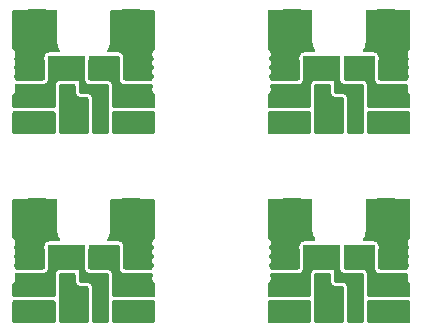
<source format=gtl>
G04 #@! TF.GenerationSoftware,KiCad,Pcbnew,(7.0.0-0)*
G04 #@! TF.CreationDate,2025-09-03T19:42:49+12:00*
G04 #@! TF.ProjectId,polar_light_panelized_X4,706f6c61-725f-46c6-9967-68745f70616e,rev?*
G04 #@! TF.SameCoordinates,Original*
G04 #@! TF.FileFunction,Copper,L1,Top*
G04 #@! TF.FilePolarity,Positive*
%FSLAX46Y46*%
G04 Gerber Fmt 4.6, Leading zero omitted, Abs format (unit mm)*
G04 Created by KiCad (PCBNEW (7.0.0-0)) date 2025-09-03 19:42:49*
%MOMM*%
%LPD*%
G01*
G04 APERTURE LIST*
G04 Aperture macros list*
%AMFreePoly0*
4,1,15,-0.750000,1.375000,-0.734410,1.482001,-0.680193,1.592904,-0.592904,1.680193,-0.482001,1.734410,-0.375000,1.750000,0.375000,1.750000,0.482001,1.734410,0.592904,1.680193,0.680193,1.592904,0.734410,1.482001,0.750000,1.375000,0.750000,-1.750000,-0.750000,-1.750000,-0.750000,1.375000,-0.750000,1.375000,$1*%
G04 Aperture macros list end*
G04 #@! TA.AperFunction,SMDPad,CuDef*
%ADD10R,1.100000X1.100000*%
G04 #@! TD*
G04 #@! TA.AperFunction,SMDPad,CuDef*
%ADD11R,1.150000X1.800000*%
G04 #@! TD*
G04 #@! TA.AperFunction,SMDPad,CuDef*
%ADD12FreePoly0,180.000000*%
G04 #@! TD*
G04 #@! TA.AperFunction,SMDPad,CuDef*
%ADD13R,1.400000X3.700000*%
G04 #@! TD*
G04 #@! TA.AperFunction,ViaPad*
%ADD14C,0.600000*%
G04 #@! TD*
G04 #@! TA.AperFunction,Conductor*
%ADD15C,0.400000*%
G04 #@! TD*
G04 APERTURE END LIST*
D10*
X163999999Y-90549999D03*
X163999999Y-87749999D03*
D11*
X134974999Y-85799999D03*
X137924999Y-85799999D03*
X134974999Y-101799999D03*
X137924999Y-101799999D03*
D12*
X164499999Y-98449999D03*
D13*
X137499999Y-105049999D03*
X140299999Y-105049999D03*
D12*
X156499999Y-82449999D03*
D11*
X156574999Y-85799999D03*
X159524999Y-85799999D03*
D10*
X156999999Y-87749999D03*
X156999999Y-90549999D03*
D11*
X156574999Y-101799999D03*
X159524999Y-101799999D03*
D10*
X156999999Y-103749999D03*
X156999999Y-106549999D03*
D12*
X156499999Y-98449999D03*
X142899999Y-82449999D03*
D11*
X161474999Y-85799999D03*
X164424999Y-85799999D03*
D13*
X159099999Y-89049999D03*
X161899999Y-89049999D03*
D12*
X142899999Y-98449999D03*
D13*
X137499999Y-89049999D03*
X140299999Y-89049999D03*
D11*
X161474999Y-101799999D03*
X164424999Y-101799999D03*
D12*
X164499999Y-82449999D03*
D10*
X142399999Y-106549999D03*
X142399999Y-103749999D03*
D12*
X134899999Y-82449999D03*
D10*
X142399999Y-90549999D03*
X142399999Y-87749999D03*
D13*
X159099999Y-105049999D03*
X161899999Y-105049999D03*
D11*
X139874999Y-85799999D03*
X142824999Y-85799999D03*
D12*
X134899999Y-98449999D03*
D10*
X135399999Y-103749999D03*
X135399999Y-106549999D03*
D11*
X139874999Y-101799999D03*
X142824999Y-101799999D03*
D10*
X135399999Y-87749999D03*
X135399999Y-90549999D03*
X163999999Y-106549999D03*
X163999999Y-103749999D03*
D14*
X138800000Y-105400000D03*
X138800000Y-88600000D03*
X141050000Y-86200000D03*
X138800000Y-104600000D03*
X160400000Y-104600000D03*
X162650000Y-102200000D03*
X141050000Y-85400000D03*
X162650000Y-86200000D03*
X162650000Y-101400000D03*
X160400000Y-88600000D03*
X162650000Y-85400000D03*
X141050000Y-101400000D03*
X138800000Y-89400000D03*
X141050000Y-102200000D03*
X160400000Y-105400000D03*
X160400000Y-89400000D03*
X165150000Y-105850000D03*
X155850000Y-90650000D03*
X143550000Y-105850000D03*
X134250000Y-105850000D03*
X143550000Y-106650000D03*
X134250000Y-90650000D03*
X165150000Y-106650000D03*
X155850000Y-89850000D03*
X143550000Y-89850000D03*
X155850000Y-106650000D03*
X165150000Y-90650000D03*
X134250000Y-106650000D03*
X165150000Y-89850000D03*
X143550000Y-90650000D03*
X155850000Y-105850000D03*
X134250000Y-89850000D03*
D15*
X135950000Y-100100000D02*
G75*
G03*
X135350000Y-100700000I0J-600000D01*
G01*
X135950000Y-84100000D02*
G75*
G03*
X135350000Y-84700000I0J-600000D01*
G01*
X157550000Y-100100000D02*
G75*
G03*
X156950000Y-100700000I0J-600000D01*
G01*
X157550000Y-84100000D02*
G75*
G03*
X156950000Y-84700000I0J-600000D01*
G01*
X135550000Y-87200000D02*
G75*
G03*
X136050000Y-86700000I0J500000D01*
G01*
X157150000Y-103200000D02*
G75*
G03*
X157650000Y-102700000I0J500000D01*
G01*
X138800000Y-86700000D02*
G75*
G03*
X139300000Y-87200000I500000J0D01*
G01*
X157150000Y-87200000D02*
G75*
G03*
X157650000Y-86700000I0J500000D01*
G01*
X161400000Y-104200000D02*
G75*
G03*
X160800000Y-103600000I-600000J0D01*
G01*
X161400000Y-88200000D02*
G75*
G03*
X160800000Y-87600000I-600000J0D01*
G01*
X138800000Y-102700000D02*
G75*
G03*
X139300000Y-103200000I500000J0D01*
G01*
X136900000Y-102500000D02*
G75*
G03*
X136300000Y-103100000I0J-600000D01*
G01*
X158500000Y-102500000D02*
G75*
G03*
X157900000Y-103100000I0J-600000D01*
G01*
X160400000Y-86700000D02*
G75*
G03*
X160900000Y-87200000I500000J0D01*
G01*
X139800000Y-88200000D02*
G75*
G03*
X139200000Y-87600000I-600000J0D01*
G01*
X158500000Y-86500000D02*
G75*
G03*
X157900000Y-87100000I0J-600000D01*
G01*
X139800000Y-104200000D02*
G75*
G03*
X139200000Y-103600000I-600000J0D01*
G01*
X135550000Y-103200000D02*
G75*
G03*
X136050000Y-102700000I0J500000D01*
G01*
X136900000Y-86500000D02*
G75*
G03*
X136300000Y-87100000I0J-600000D01*
G01*
X160400000Y-102700000D02*
G75*
G03*
X160900000Y-103200000I500000J0D01*
G01*
X163350000Y-102700000D02*
G75*
G03*
X163850000Y-103200000I500000J0D01*
G01*
X159600000Y-103700000D02*
G75*
G03*
X160200000Y-104300000I600000J0D01*
G01*
X163100000Y-87100000D02*
G75*
G03*
X162500000Y-86500000I-600000J0D01*
G01*
X138000000Y-103700000D02*
G75*
G03*
X138600000Y-104300000I600000J0D01*
G01*
X141750000Y-86700000D02*
G75*
G03*
X142250000Y-87200000I500000J0D01*
G01*
X163100000Y-103100000D02*
G75*
G03*
X162500000Y-102500000I-600000J0D01*
G01*
X141500000Y-103100000D02*
G75*
G03*
X140900000Y-102500000I-600000J0D01*
G01*
X138000000Y-87700000D02*
G75*
G03*
X138600000Y-88300000I600000J0D01*
G01*
X141750000Y-102700000D02*
G75*
G03*
X142250000Y-103200000I500000J0D01*
G01*
X141500000Y-87100000D02*
G75*
G03*
X140900000Y-86500000I-600000J0D01*
G01*
X159600000Y-87700000D02*
G75*
G03*
X160200000Y-88300000I600000J0D01*
G01*
X163350000Y-86700000D02*
G75*
G03*
X163850000Y-87200000I500000J0D01*
G01*
X164050000Y-100700000D02*
G75*
G03*
X163450000Y-100100000I-600000J0D01*
G01*
X142450000Y-100700000D02*
G75*
G03*
X141850000Y-100100000I-600000J0D01*
G01*
X164050000Y-84700000D02*
G75*
G03*
X163450000Y-84100000I-600000J0D01*
G01*
X142450000Y-84700000D02*
G75*
G03*
X141850000Y-84100000I-600000J0D01*
G01*
G04 #@! TA.AperFunction,Conductor*
G36*
X159399480Y-100600167D02*
G01*
X159401583Y-100600500D01*
X159407240Y-100600500D01*
X160100000Y-100600500D01*
X160100000Y-102700000D01*
X160000000Y-102700000D01*
X158200000Y-102700000D01*
X158186902Y-102705425D01*
X158186898Y-102705426D01*
X158142392Y-102723861D01*
X158142389Y-102723862D01*
X158129289Y-102729289D01*
X158123862Y-102742389D01*
X158123861Y-102742392D01*
X158105426Y-102786898D01*
X158105425Y-102786902D01*
X158100000Y-102800000D01*
X158100000Y-102814181D01*
X158100000Y-104856000D01*
X158089039Y-104911106D01*
X158057823Y-104957823D01*
X158011106Y-104989039D01*
X157956000Y-105000000D01*
X154594498Y-105000000D01*
X154522498Y-104980708D01*
X154469790Y-104928000D01*
X154450498Y-104856000D01*
X154450497Y-103960962D01*
X154463510Y-103901142D01*
X154500198Y-103852134D01*
X154574356Y-103787875D01*
X154582143Y-103781128D01*
X154659953Y-103660053D01*
X154700500Y-103521961D01*
X154700500Y-103378039D01*
X154659953Y-103239947D01*
X154648325Y-103221853D01*
X154626931Y-103164494D01*
X154631298Y-103103431D01*
X154660637Y-103049700D01*
X154709645Y-103013013D01*
X154769465Y-103000000D01*
X157335819Y-103000000D01*
X157350000Y-103000000D01*
X157420711Y-102970711D01*
X157450000Y-102900000D01*
X157450000Y-100744000D01*
X157460961Y-100688894D01*
X157492177Y-100642177D01*
X157538894Y-100610961D01*
X157594000Y-100600000D01*
X159395230Y-100600000D01*
X159399480Y-100600167D01*
G37*
G04 #@! TD.AperFunction*
G04 #@! TA.AperFunction,Conductor*
G36*
X158160641Y-80711499D02*
G01*
X158207358Y-80742715D01*
X158238574Y-80789432D01*
X158249535Y-80844538D01*
X158249535Y-83349741D01*
X158249497Y-83350022D01*
X158249462Y-83350022D01*
X158249461Y-83350286D01*
X158249461Y-83350294D01*
X158249456Y-83442782D01*
X158249456Y-83448446D01*
X158250340Y-83454031D01*
X158250341Y-83454039D01*
X158257030Y-83496281D01*
X158280242Y-83642872D01*
X158281991Y-83648255D01*
X158316730Y-83755181D01*
X158341067Y-83830087D01*
X158343630Y-83835117D01*
X158343632Y-83835122D01*
X158401930Y-83949538D01*
X158430434Y-84005480D01*
X158433758Y-84010055D01*
X158433760Y-84010058D01*
X158478298Y-84071357D01*
X158503250Y-84129015D01*
X158501277Y-84191810D01*
X158472755Y-84247788D01*
X158423114Y-84286295D01*
X158361801Y-84300000D01*
X157250000Y-84300000D01*
X157236902Y-84305425D01*
X157236898Y-84305426D01*
X157192392Y-84323861D01*
X157192389Y-84323862D01*
X157179289Y-84329289D01*
X157173862Y-84342389D01*
X157173861Y-84342392D01*
X157155426Y-84386898D01*
X157155425Y-84386902D01*
X157150000Y-84400000D01*
X157150000Y-84414181D01*
X157150000Y-86556000D01*
X157139039Y-86611106D01*
X157107823Y-86657823D01*
X157061106Y-86689039D01*
X157006000Y-86700000D01*
X154829449Y-86700000D01*
X154769629Y-86686987D01*
X154720621Y-86650300D01*
X154691282Y-86596570D01*
X154662887Y-86499866D01*
X154659986Y-86489985D01*
X154604020Y-86402900D01*
X154583762Y-86352299D01*
X154583762Y-86297795D01*
X154604020Y-86247194D01*
X154628244Y-86209500D01*
X154659986Y-86160109D01*
X154700533Y-86022017D01*
X154700533Y-85878095D01*
X154659986Y-85740003D01*
X154654417Y-85731337D01*
X154654415Y-85731333D01*
X154604008Y-85652898D01*
X154583750Y-85602298D01*
X154583750Y-85547793D01*
X154604005Y-85497199D01*
X154659986Y-85410091D01*
X154700533Y-85271999D01*
X154700533Y-85128077D01*
X154659986Y-84989985D01*
X154604013Y-84902890D01*
X154583756Y-84852290D01*
X154583756Y-84797786D01*
X154604014Y-84747185D01*
X154659986Y-84660091D01*
X154700533Y-84521999D01*
X154700533Y-84378077D01*
X154659986Y-84239985D01*
X154582176Y-84118910D01*
X154567133Y-84105875D01*
X154500233Y-84047906D01*
X154463546Y-83998898D01*
X154450533Y-83939078D01*
X154450535Y-80844538D01*
X154469827Y-80772538D01*
X154522535Y-80719830D01*
X154594535Y-80700538D01*
X158105535Y-80700538D01*
X158160641Y-80711499D01*
G37*
G04 #@! TD.AperFunction*
G04 #@! TA.AperFunction,Conductor*
G36*
X158160606Y-96711461D02*
G01*
X158207323Y-96742677D01*
X158238539Y-96789394D01*
X158249500Y-96844500D01*
X158249500Y-99305830D01*
X158249500Y-99350000D01*
X158249500Y-99448417D01*
X158250384Y-99454003D01*
X158250385Y-99454006D01*
X158279404Y-99637230D01*
X158279406Y-99637238D01*
X158280291Y-99642826D01*
X158282040Y-99648211D01*
X158282041Y-99648212D01*
X158339367Y-99824644D01*
X158339369Y-99824650D01*
X158341116Y-99830025D01*
X158343684Y-99835066D01*
X158343685Y-99835067D01*
X158427902Y-100000355D01*
X158427907Y-100000363D01*
X158430476Y-100005405D01*
X158478396Y-100071361D01*
X158503346Y-100129016D01*
X158501373Y-100191811D01*
X158472851Y-100247789D01*
X158423209Y-100286295D01*
X158361897Y-100300000D01*
X157250000Y-100300000D01*
X157236902Y-100305425D01*
X157236898Y-100305426D01*
X157192392Y-100323861D01*
X157192389Y-100323862D01*
X157179289Y-100329289D01*
X157173862Y-100342389D01*
X157173861Y-100342392D01*
X157155426Y-100386898D01*
X157155425Y-100386902D01*
X157150000Y-100400000D01*
X157150000Y-100414181D01*
X157150000Y-102556000D01*
X157139039Y-102611106D01*
X157107823Y-102657823D01*
X157061106Y-102689039D01*
X157006000Y-102700000D01*
X154829425Y-102700000D01*
X154769605Y-102686987D01*
X154720597Y-102650300D01*
X154691258Y-102596569D01*
X154662853Y-102499830D01*
X154662852Y-102499829D01*
X154659951Y-102489947D01*
X154603985Y-102402862D01*
X154583727Y-102352261D01*
X154583727Y-102297757D01*
X154603985Y-102247156D01*
X154654382Y-102168736D01*
X154659951Y-102160071D01*
X154700498Y-102021979D01*
X154700498Y-101878057D01*
X154659951Y-101739965D01*
X154603972Y-101652860D01*
X154583715Y-101602261D01*
X154583715Y-101547757D01*
X154603973Y-101497156D01*
X154654382Y-101418718D01*
X154659951Y-101410053D01*
X154700498Y-101271961D01*
X154700498Y-101128039D01*
X154659951Y-100989947D01*
X154603978Y-100902852D01*
X154583721Y-100852252D01*
X154583721Y-100797748D01*
X154603979Y-100747147D01*
X154654382Y-100668718D01*
X154659951Y-100660053D01*
X154700498Y-100521961D01*
X154700498Y-100378039D01*
X154659951Y-100239947D01*
X154582141Y-100118872D01*
X154567098Y-100105837D01*
X154500198Y-100047868D01*
X154463511Y-99998860D01*
X154450498Y-99939040D01*
X154450500Y-96844500D01*
X154469792Y-96772500D01*
X154522500Y-96719792D01*
X154594500Y-96700500D01*
X158105500Y-96700500D01*
X158160606Y-96711461D01*
G37*
G04 #@! TD.AperFunction*
G04 #@! TA.AperFunction,Conductor*
G36*
X163461106Y-100610961D02*
G01*
X163507823Y-100642177D01*
X163539039Y-100688894D01*
X163550000Y-100744000D01*
X163550000Y-102900000D01*
X163555425Y-102913098D01*
X163555426Y-102913101D01*
X163573861Y-102957607D01*
X163579289Y-102970711D01*
X163650000Y-103000000D01*
X166230537Y-103000000D01*
X166290357Y-103013013D01*
X166339365Y-103049700D01*
X166368704Y-103103431D01*
X166373071Y-103164494D01*
X166351677Y-103221853D01*
X166345617Y-103231281D01*
X166345613Y-103231287D01*
X166340049Y-103239947D01*
X166337147Y-103249829D01*
X166337147Y-103249830D01*
X166302403Y-103368157D01*
X166302402Y-103368160D01*
X166299502Y-103378039D01*
X166299502Y-103521961D01*
X166340049Y-103660053D01*
X166417859Y-103781128D01*
X166425641Y-103787871D01*
X166425642Y-103787872D01*
X166499801Y-103852131D01*
X166536488Y-103901139D01*
X166549501Y-103960959D01*
X166549501Y-104856000D01*
X166538540Y-104911106D01*
X166507324Y-104957823D01*
X166460607Y-104989039D01*
X166405501Y-105000000D01*
X163044000Y-105000000D01*
X162988894Y-104989039D01*
X162942177Y-104957823D01*
X162910961Y-104911106D01*
X162900000Y-104856000D01*
X162900000Y-102814181D01*
X162900000Y-102800000D01*
X162870711Y-102729289D01*
X162857607Y-102723861D01*
X162813101Y-102705426D01*
X162813098Y-102705425D01*
X162800000Y-102700000D01*
X162785819Y-102700000D01*
X161044000Y-102700000D01*
X160988894Y-102689039D01*
X160942177Y-102657823D01*
X160910961Y-102611106D01*
X160900000Y-102556000D01*
X160900000Y-100744500D01*
X160910961Y-100689394D01*
X160942177Y-100642677D01*
X160988894Y-100611461D01*
X161044000Y-100600500D01*
X161592760Y-100600500D01*
X161598417Y-100600500D01*
X161600519Y-100600167D01*
X161604770Y-100600000D01*
X163406000Y-100600000D01*
X163461106Y-100610961D01*
G37*
G04 #@! TD.AperFunction*
G04 #@! TA.AperFunction,Conductor*
G36*
X166477500Y-96719792D02*
G01*
X166530208Y-96772500D01*
X166549500Y-96844500D01*
X166549502Y-99939037D01*
X166536489Y-99998856D01*
X166499803Y-100047864D01*
X166425641Y-100112126D01*
X166425636Y-100112130D01*
X166417857Y-100118872D01*
X166412291Y-100127532D01*
X166412289Y-100127535D01*
X166345615Y-100231282D01*
X166345613Y-100231285D01*
X166340047Y-100239947D01*
X166337145Y-100249829D01*
X166337145Y-100249830D01*
X166302401Y-100368157D01*
X166302400Y-100368160D01*
X166299500Y-100378039D01*
X166299500Y-100521961D01*
X166340047Y-100660053D01*
X166345614Y-100668716D01*
X166345615Y-100668717D01*
X166396020Y-100747149D01*
X166416277Y-100797749D01*
X166416277Y-100852253D01*
X166396020Y-100902852D01*
X166345618Y-100981279D01*
X166345614Y-100981287D01*
X166340049Y-100989947D01*
X166337147Y-100999829D01*
X166337147Y-100999830D01*
X166302403Y-101118157D01*
X166302402Y-101118160D01*
X166299502Y-101128039D01*
X166299502Y-101271961D01*
X166340049Y-101410053D01*
X166345616Y-101418716D01*
X166345617Y-101418717D01*
X166396015Y-101497139D01*
X166416272Y-101547739D01*
X166416272Y-101602243D01*
X166396015Y-101652843D01*
X166345617Y-101731264D01*
X166345615Y-101731267D01*
X166340049Y-101739929D01*
X166337147Y-101749811D01*
X166337147Y-101749812D01*
X166302403Y-101868139D01*
X166302402Y-101868142D01*
X166299502Y-101878021D01*
X166299502Y-102021943D01*
X166340049Y-102160035D01*
X166345616Y-102168698D01*
X166345617Y-102168699D01*
X166396027Y-102247139D01*
X166416284Y-102297739D01*
X166416284Y-102352243D01*
X166396027Y-102402843D01*
X166345617Y-102481282D01*
X166345615Y-102481285D01*
X166340049Y-102489947D01*
X166337149Y-102499823D01*
X166337146Y-102499830D01*
X166308742Y-102596569D01*
X166279403Y-102650300D01*
X166230395Y-102686987D01*
X166170575Y-102700000D01*
X163994000Y-102700000D01*
X163938894Y-102689039D01*
X163892177Y-102657823D01*
X163860961Y-102611106D01*
X163850000Y-102556000D01*
X163850000Y-100414181D01*
X163850000Y-100400000D01*
X163820711Y-100329289D01*
X163807607Y-100323861D01*
X163763101Y-100305426D01*
X163763098Y-100305425D01*
X163750000Y-100300000D01*
X163735819Y-100300000D01*
X162638103Y-100300000D01*
X162576791Y-100286295D01*
X162527149Y-100247789D01*
X162498627Y-100191811D01*
X162496654Y-100129016D01*
X162521603Y-100071361D01*
X162569524Y-100005405D01*
X162658884Y-99830025D01*
X162719709Y-99642826D01*
X162750500Y-99448417D01*
X162750500Y-99350000D01*
X162750500Y-99305830D01*
X162750500Y-96844500D01*
X162761461Y-96789394D01*
X162792677Y-96742677D01*
X162839394Y-96711461D01*
X162894500Y-96700500D01*
X166405500Y-96700500D01*
X166477500Y-96719792D01*
G37*
G04 #@! TD.AperFunction*
G04 #@! TA.AperFunction,Conductor*
G36*
X138111106Y-87010961D02*
G01*
X138157823Y-87042177D01*
X138189039Y-87088894D01*
X138200000Y-87144000D01*
X138200000Y-88000000D01*
X138205425Y-88013098D01*
X138205426Y-88013101D01*
X138223861Y-88057607D01*
X138229289Y-88070711D01*
X138300000Y-88100000D01*
X139156000Y-88100000D01*
X139211106Y-88110961D01*
X139257823Y-88142177D01*
X139289039Y-88188894D01*
X139300000Y-88244000D01*
X139300000Y-91055501D01*
X139289039Y-91110607D01*
X139257823Y-91157324D01*
X139211106Y-91188540D01*
X139156000Y-91199501D01*
X136944000Y-91199501D01*
X136888894Y-91188540D01*
X136842177Y-91157324D01*
X136810961Y-91110607D01*
X136800000Y-91055501D01*
X136800000Y-87144000D01*
X136810961Y-87088894D01*
X136842177Y-87042177D01*
X136888894Y-87010961D01*
X136944000Y-87000000D01*
X138056000Y-87000000D01*
X138111106Y-87010961D01*
G37*
G04 #@! TD.AperFunction*
G04 #@! TA.AperFunction,Conductor*
G36*
X144877536Y-96719793D02*
G01*
X144930244Y-96772501D01*
X144949536Y-96844501D01*
X144949538Y-99939038D01*
X144936525Y-99998857D01*
X144899839Y-100047865D01*
X144825677Y-100112127D01*
X144825672Y-100112131D01*
X144817893Y-100118873D01*
X144812327Y-100127533D01*
X144812325Y-100127536D01*
X144745651Y-100231283D01*
X144745649Y-100231286D01*
X144740083Y-100239948D01*
X144737181Y-100249830D01*
X144737181Y-100249831D01*
X144702437Y-100368158D01*
X144702436Y-100368161D01*
X144699536Y-100378040D01*
X144699536Y-100521962D01*
X144740083Y-100660054D01*
X144745650Y-100668717D01*
X144745651Y-100668718D01*
X144796056Y-100747150D01*
X144816313Y-100797750D01*
X144816313Y-100852254D01*
X144796056Y-100902853D01*
X144745654Y-100981280D01*
X144745650Y-100981288D01*
X144740085Y-100989948D01*
X144737183Y-100999830D01*
X144737183Y-100999831D01*
X144702439Y-101118158D01*
X144702438Y-101118161D01*
X144699538Y-101128040D01*
X144699538Y-101271962D01*
X144740085Y-101410054D01*
X144745652Y-101418717D01*
X144745653Y-101418718D01*
X144796051Y-101497140D01*
X144816308Y-101547740D01*
X144816308Y-101602244D01*
X144796051Y-101652844D01*
X144745653Y-101731265D01*
X144745651Y-101731268D01*
X144740085Y-101739930D01*
X144737183Y-101749812D01*
X144737183Y-101749813D01*
X144702439Y-101868140D01*
X144702438Y-101868143D01*
X144699538Y-101878022D01*
X144699538Y-102021944D01*
X144740085Y-102160036D01*
X144745652Y-102168699D01*
X144745653Y-102168700D01*
X144796063Y-102247140D01*
X144816320Y-102297740D01*
X144816320Y-102352244D01*
X144796063Y-102402844D01*
X144745653Y-102481283D01*
X144745651Y-102481286D01*
X144740085Y-102489948D01*
X144737183Y-102499830D01*
X144737183Y-102499831D01*
X144708779Y-102596569D01*
X144679440Y-102650299D01*
X144630432Y-102686987D01*
X144570612Y-102700000D01*
X142394000Y-102700000D01*
X142338894Y-102689039D01*
X142292177Y-102657823D01*
X142260961Y-102611106D01*
X142250000Y-102556000D01*
X142250000Y-100414181D01*
X142250000Y-100400000D01*
X142220711Y-100329289D01*
X142207607Y-100323861D01*
X142163101Y-100305426D01*
X142163098Y-100305425D01*
X142150000Y-100300000D01*
X142135819Y-100300000D01*
X141038126Y-100300000D01*
X140976813Y-100286295D01*
X140927171Y-100247788D01*
X140898650Y-100191809D01*
X140896677Y-100129015D01*
X140921629Y-100071356D01*
X140955583Y-100024624D01*
X140969554Y-100005396D01*
X141058917Y-99830020D01*
X141119743Y-99642824D01*
X141150536Y-99448417D01*
X141150536Y-99350001D01*
X141150536Y-99305831D01*
X141150536Y-96844501D01*
X141161497Y-96789395D01*
X141192713Y-96742678D01*
X141239430Y-96711462D01*
X141294536Y-96700501D01*
X144805536Y-96700501D01*
X144877536Y-96719793D01*
G37*
G04 #@! TD.AperFunction*
G04 #@! TA.AperFunction,Conductor*
G36*
X136560642Y-96711462D02*
G01*
X136607359Y-96742678D01*
X136638575Y-96789395D01*
X136649536Y-96844501D01*
X136649536Y-99374675D01*
X136649574Y-99374870D01*
X136649595Y-99375300D01*
X136649590Y-99442734D01*
X136649590Y-99448393D01*
X136650473Y-99453973D01*
X136650474Y-99453981D01*
X136657164Y-99496241D01*
X136680365Y-99642807D01*
X136741177Y-99830012D01*
X136743743Y-99835049D01*
X136743744Y-99835051D01*
X136802308Y-99950006D01*
X136830528Y-100005397D01*
X136833846Y-100009965D01*
X136833849Y-100009969D01*
X136878452Y-100071365D01*
X136903399Y-100129023D01*
X136901424Y-100191815D01*
X136872901Y-100247791D01*
X136823260Y-100286296D01*
X136761949Y-100300000D01*
X135650000Y-100300000D01*
X135636902Y-100305425D01*
X135636898Y-100305426D01*
X135592392Y-100323861D01*
X135592389Y-100323862D01*
X135579289Y-100329289D01*
X135573862Y-100342389D01*
X135573861Y-100342392D01*
X135555426Y-100386898D01*
X135555425Y-100386902D01*
X135550000Y-100400000D01*
X135550000Y-100414181D01*
X135550000Y-102556000D01*
X135539039Y-102611106D01*
X135507823Y-102657823D01*
X135461106Y-102689039D01*
X135406000Y-102700000D01*
X133229460Y-102700000D01*
X133169640Y-102686987D01*
X133120632Y-102650299D01*
X133091293Y-102596569D01*
X133079381Y-102556000D01*
X133059987Y-102489948D01*
X133004021Y-102402863D01*
X132983763Y-102352262D01*
X132983763Y-102297758D01*
X133004021Y-102247157D01*
X133008623Y-102239996D01*
X133059987Y-102160072D01*
X133100534Y-102021980D01*
X133100534Y-101878058D01*
X133059987Y-101739966D01*
X133004008Y-101652861D01*
X132983751Y-101602262D01*
X132983751Y-101547758D01*
X133004009Y-101497157D01*
X133054418Y-101418719D01*
X133059987Y-101410054D01*
X133100534Y-101271962D01*
X133100534Y-101128040D01*
X133059987Y-100989948D01*
X133004014Y-100902852D01*
X132983757Y-100852252D01*
X132983757Y-100797747D01*
X133004013Y-100747150D01*
X133059987Y-100660054D01*
X133100534Y-100521962D01*
X133100534Y-100378040D01*
X133059987Y-100239948D01*
X132982177Y-100118873D01*
X132967134Y-100105838D01*
X132900234Y-100047869D01*
X132863547Y-99998861D01*
X132850534Y-99939041D01*
X132850536Y-96844501D01*
X132869828Y-96772501D01*
X132922536Y-96719793D01*
X132994536Y-96700501D01*
X136505536Y-96700501D01*
X136560642Y-96711462D01*
G37*
G04 #@! TD.AperFunction*
G04 #@! TA.AperFunction,Conductor*
G36*
X137799511Y-84600167D02*
G01*
X137801628Y-84600503D01*
X137900045Y-84600501D01*
X138856000Y-84600501D01*
X138911106Y-84611462D01*
X138957823Y-84642678D01*
X138989039Y-84689395D01*
X139000000Y-84744501D01*
X139000000Y-86900000D01*
X139005425Y-86913098D01*
X139005426Y-86913101D01*
X139023861Y-86957607D01*
X139029289Y-86970711D01*
X139100000Y-87000000D01*
X140856000Y-87000000D01*
X140911106Y-87010961D01*
X140957823Y-87042177D01*
X140989039Y-87088894D01*
X141000000Y-87144000D01*
X141000000Y-91055501D01*
X140989039Y-91110607D01*
X140957823Y-91157324D01*
X140911106Y-91188540D01*
X140856000Y-91199501D01*
X139744000Y-91199501D01*
X139688894Y-91188540D01*
X139642177Y-91157324D01*
X139610961Y-91110607D01*
X139600000Y-91055501D01*
X139600000Y-87914181D01*
X139600000Y-87900000D01*
X139570711Y-87829289D01*
X139557607Y-87823861D01*
X139513101Y-87805426D01*
X139513098Y-87805425D01*
X139500000Y-87800000D01*
X139485819Y-87800000D01*
X138644000Y-87800000D01*
X138588894Y-87789039D01*
X138542177Y-87757823D01*
X138510961Y-87711106D01*
X138500000Y-87656000D01*
X138500000Y-86814181D01*
X138500000Y-86800000D01*
X138470711Y-86729289D01*
X138457607Y-86723861D01*
X138413101Y-86705426D01*
X138413098Y-86705425D01*
X138400000Y-86700000D01*
X138385819Y-86700000D01*
X137350000Y-86700000D01*
X137350000Y-84600000D01*
X137795240Y-84600000D01*
X137799511Y-84600167D01*
G37*
G04 #@! TD.AperFunction*
G04 #@! TA.AperFunction,Conductor*
G36*
X138111106Y-103010961D02*
G01*
X138157823Y-103042177D01*
X138189039Y-103088894D01*
X138200000Y-103144000D01*
X138200000Y-104000000D01*
X138205425Y-104013098D01*
X138205426Y-104013101D01*
X138223861Y-104057607D01*
X138229289Y-104070711D01*
X138300000Y-104100000D01*
X139156000Y-104100000D01*
X139211106Y-104110961D01*
X139257823Y-104142177D01*
X139289039Y-104188894D01*
X139300000Y-104244000D01*
X139300000Y-107055501D01*
X139289039Y-107110607D01*
X139257823Y-107157324D01*
X139211106Y-107188540D01*
X139156000Y-107199501D01*
X136944000Y-107199501D01*
X136888894Y-107188540D01*
X136842177Y-107157324D01*
X136810961Y-107110607D01*
X136800000Y-107055501D01*
X136800000Y-103144000D01*
X136810961Y-103088894D01*
X136842177Y-103042177D01*
X136888894Y-103010961D01*
X136944000Y-103000000D01*
X138056000Y-103000000D01*
X138111106Y-103010961D01*
G37*
G04 #@! TD.AperFunction*
G04 #@! TA.AperFunction,Conductor*
G36*
X137799511Y-84600167D02*
G01*
X137801628Y-84600503D01*
X137900045Y-84600501D01*
X138500000Y-84600501D01*
X138500000Y-86700000D01*
X138400000Y-86700000D01*
X136600000Y-86700000D01*
X136586902Y-86705425D01*
X136586898Y-86705426D01*
X136542392Y-86723861D01*
X136542389Y-86723862D01*
X136529289Y-86729289D01*
X136523862Y-86742389D01*
X136523861Y-86742392D01*
X136505426Y-86786898D01*
X136505425Y-86786902D01*
X136500000Y-86800000D01*
X136500000Y-86814181D01*
X136500000Y-88856000D01*
X136489039Y-88911106D01*
X136457823Y-88957823D01*
X136411106Y-88989039D01*
X136356000Y-89000000D01*
X132994534Y-89000000D01*
X132922534Y-88980708D01*
X132869826Y-88928000D01*
X132850534Y-88856000D01*
X132850533Y-87960963D01*
X132863546Y-87901143D01*
X132900234Y-87852135D01*
X132974392Y-87787876D01*
X132982179Y-87781129D01*
X133059989Y-87660054D01*
X133100536Y-87521962D01*
X133100536Y-87378040D01*
X133059989Y-87239948D01*
X133048361Y-87221854D01*
X133026966Y-87164495D01*
X133031333Y-87103432D01*
X133060671Y-87049701D01*
X133109680Y-87013013D01*
X133169500Y-87000000D01*
X135735819Y-87000000D01*
X135750000Y-87000000D01*
X135820711Y-86970711D01*
X135850000Y-86900000D01*
X135850000Y-84744000D01*
X135860961Y-84688894D01*
X135892177Y-84642177D01*
X135938894Y-84610961D01*
X135994000Y-84600000D01*
X137795240Y-84600000D01*
X137799511Y-84600167D01*
G37*
G04 #@! TD.AperFunction*
G04 #@! TA.AperFunction,Conductor*
G36*
X136560642Y-80711462D02*
G01*
X136607359Y-80742678D01*
X136638575Y-80789395D01*
X136649536Y-80844501D01*
X136649536Y-83374675D01*
X136649574Y-83374870D01*
X136649595Y-83375300D01*
X136649590Y-83442734D01*
X136649590Y-83448393D01*
X136650473Y-83453973D01*
X136650474Y-83453981D01*
X136657164Y-83496241D01*
X136680365Y-83642807D01*
X136741177Y-83830012D01*
X136743743Y-83835049D01*
X136743744Y-83835051D01*
X136802308Y-83950006D01*
X136830528Y-84005397D01*
X136833846Y-84009965D01*
X136833849Y-84009969D01*
X136878452Y-84071365D01*
X136903399Y-84129023D01*
X136901424Y-84191815D01*
X136872901Y-84247791D01*
X136823260Y-84286296D01*
X136761949Y-84300000D01*
X135650000Y-84300000D01*
X135636902Y-84305425D01*
X135636898Y-84305426D01*
X135592392Y-84323861D01*
X135592389Y-84323862D01*
X135579289Y-84329289D01*
X135573862Y-84342389D01*
X135573861Y-84342392D01*
X135555426Y-84386898D01*
X135555425Y-84386902D01*
X135550000Y-84400000D01*
X135550000Y-84414181D01*
X135550000Y-86556000D01*
X135539039Y-86611106D01*
X135507823Y-86657823D01*
X135461106Y-86689039D01*
X135406000Y-86700000D01*
X133229460Y-86700000D01*
X133169640Y-86686987D01*
X133120632Y-86650299D01*
X133091293Y-86596569D01*
X133079381Y-86556000D01*
X133059987Y-86489948D01*
X133004021Y-86402863D01*
X132983763Y-86352262D01*
X132983763Y-86297758D01*
X133004021Y-86247157D01*
X133008623Y-86239996D01*
X133059987Y-86160072D01*
X133100534Y-86021980D01*
X133100534Y-85878058D01*
X133059987Y-85739966D01*
X133054418Y-85731300D01*
X133054416Y-85731296D01*
X133004009Y-85652861D01*
X132983751Y-85602261D01*
X132983751Y-85547756D01*
X133004006Y-85497162D01*
X133059987Y-85410054D01*
X133100534Y-85271962D01*
X133100534Y-85128040D01*
X133059987Y-84989948D01*
X133004014Y-84902853D01*
X132983757Y-84852253D01*
X132983757Y-84797749D01*
X133004015Y-84747148D01*
X133054418Y-84668719D01*
X133059987Y-84660054D01*
X133100534Y-84521962D01*
X133100534Y-84378040D01*
X133059987Y-84239948D01*
X132982177Y-84118873D01*
X132967134Y-84105838D01*
X132900234Y-84047869D01*
X132863547Y-83998861D01*
X132850534Y-83939041D01*
X132850536Y-80844501D01*
X132869828Y-80772501D01*
X132922536Y-80719793D01*
X132994536Y-80700501D01*
X136505536Y-80700501D01*
X136560642Y-80711462D01*
G37*
G04 #@! TD.AperFunction*
G04 #@! TA.AperFunction,Conductor*
G36*
X159711106Y-87010961D02*
G01*
X159757823Y-87042177D01*
X159789039Y-87088894D01*
X159800000Y-87144000D01*
X159800000Y-88000000D01*
X159805425Y-88013098D01*
X159805426Y-88013101D01*
X159823861Y-88057607D01*
X159829289Y-88070711D01*
X159900000Y-88100000D01*
X160756000Y-88100000D01*
X160811106Y-88110961D01*
X160857823Y-88142177D01*
X160889039Y-88188894D01*
X160900000Y-88244000D01*
X160900000Y-91055538D01*
X160889039Y-91110644D01*
X160857823Y-91157361D01*
X160811106Y-91188577D01*
X160756000Y-91199538D01*
X158544000Y-91199538D01*
X158488894Y-91188577D01*
X158442177Y-91157361D01*
X158410961Y-91110644D01*
X158400000Y-91055538D01*
X158400000Y-87144000D01*
X158410961Y-87088894D01*
X158442177Y-87042177D01*
X158488894Y-87010961D01*
X158544000Y-87000000D01*
X159656000Y-87000000D01*
X159711106Y-87010961D01*
G37*
G04 #@! TD.AperFunction*
G04 #@! TA.AperFunction,Conductor*
G36*
X159711106Y-103010961D02*
G01*
X159757823Y-103042177D01*
X159789039Y-103088894D01*
X159800000Y-103144000D01*
X159800000Y-104000000D01*
X159805425Y-104013098D01*
X159805426Y-104013101D01*
X159823861Y-104057607D01*
X159829289Y-104070711D01*
X159900000Y-104100000D01*
X160756000Y-104100000D01*
X160811106Y-104110961D01*
X160857823Y-104142177D01*
X160889039Y-104188894D01*
X160900000Y-104244000D01*
X160900000Y-107055500D01*
X160889039Y-107110606D01*
X160857823Y-107157323D01*
X160811106Y-107188539D01*
X160756000Y-107199500D01*
X158544000Y-107199500D01*
X158488894Y-107188539D01*
X158442177Y-107157323D01*
X158410961Y-107110606D01*
X158400000Y-107055500D01*
X158400000Y-103144000D01*
X158410961Y-103088894D01*
X158442177Y-103042177D01*
X158488894Y-103010961D01*
X158544000Y-103000000D01*
X159656000Y-103000000D01*
X159711106Y-103010961D01*
G37*
G04 #@! TD.AperFunction*
G04 #@! TA.AperFunction,Conductor*
G36*
X136411106Y-105310961D02*
G01*
X136457823Y-105342177D01*
X136489039Y-105388894D01*
X136500000Y-105444000D01*
X136500000Y-107055501D01*
X136489039Y-107110607D01*
X136457823Y-107157324D01*
X136411106Y-107188540D01*
X136356000Y-107199501D01*
X132994536Y-107199501D01*
X132922536Y-107180209D01*
X132869828Y-107127501D01*
X132850536Y-107055501D01*
X132850534Y-105444000D01*
X132861495Y-105388894D01*
X132892711Y-105342177D01*
X132939428Y-105310961D01*
X132994534Y-105300000D01*
X136356000Y-105300000D01*
X136411106Y-105310961D01*
G37*
G04 #@! TD.AperFunction*
G04 #@! TA.AperFunction,Conductor*
G36*
X144877536Y-80719793D02*
G01*
X144930244Y-80772501D01*
X144949536Y-80844501D01*
X144949538Y-83939038D01*
X144936525Y-83998857D01*
X144899839Y-84047865D01*
X144825677Y-84112127D01*
X144825672Y-84112131D01*
X144817893Y-84118873D01*
X144812327Y-84127533D01*
X144812325Y-84127536D01*
X144745651Y-84231283D01*
X144745649Y-84231286D01*
X144740083Y-84239948D01*
X144737181Y-84249830D01*
X144737181Y-84249831D01*
X144702437Y-84368158D01*
X144702436Y-84368161D01*
X144699536Y-84378040D01*
X144699536Y-84521962D01*
X144740083Y-84660054D01*
X144745650Y-84668717D01*
X144745651Y-84668718D01*
X144796056Y-84747150D01*
X144816313Y-84797750D01*
X144816313Y-84852254D01*
X144796056Y-84902853D01*
X144745654Y-84981280D01*
X144745650Y-84981288D01*
X144740085Y-84989948D01*
X144737183Y-84999830D01*
X144737183Y-84999831D01*
X144702439Y-85118158D01*
X144702438Y-85118161D01*
X144699538Y-85128040D01*
X144699538Y-85271962D01*
X144740085Y-85410054D01*
X144745652Y-85418717D01*
X144745653Y-85418718D01*
X144796051Y-85497140D01*
X144816308Y-85547740D01*
X144816308Y-85602244D01*
X144796051Y-85652844D01*
X144745653Y-85731265D01*
X144745651Y-85731268D01*
X144740085Y-85739930D01*
X144737183Y-85749812D01*
X144737183Y-85749813D01*
X144702439Y-85868140D01*
X144702438Y-85868143D01*
X144699538Y-85878022D01*
X144699538Y-86021944D01*
X144740085Y-86160036D01*
X144745652Y-86168699D01*
X144745653Y-86168700D01*
X144796063Y-86247140D01*
X144816320Y-86297740D01*
X144816320Y-86352244D01*
X144796063Y-86402844D01*
X144745653Y-86481283D01*
X144745651Y-86481286D01*
X144740085Y-86489948D01*
X144737183Y-86499830D01*
X144737183Y-86499831D01*
X144708779Y-86596569D01*
X144679440Y-86650299D01*
X144630432Y-86686987D01*
X144570612Y-86700000D01*
X142394000Y-86700000D01*
X142338894Y-86689039D01*
X142292177Y-86657823D01*
X142260961Y-86611106D01*
X142250000Y-86556000D01*
X142250000Y-84414181D01*
X142250000Y-84400000D01*
X142220711Y-84329289D01*
X142207607Y-84323861D01*
X142163101Y-84305426D01*
X142163098Y-84305425D01*
X142150000Y-84300000D01*
X142135819Y-84300000D01*
X141038126Y-84300000D01*
X140976813Y-84286295D01*
X140927171Y-84247788D01*
X140898650Y-84191809D01*
X140896677Y-84129015D01*
X140921629Y-84071356D01*
X140955583Y-84024624D01*
X140969554Y-84005396D01*
X141058917Y-83830020D01*
X141119743Y-83642824D01*
X141150536Y-83448417D01*
X141150536Y-83350001D01*
X141150536Y-83305831D01*
X141150536Y-80844501D01*
X141161497Y-80789395D01*
X141192713Y-80742678D01*
X141239430Y-80711462D01*
X141294536Y-80700501D01*
X144805536Y-80700501D01*
X144877536Y-80719793D01*
G37*
G04 #@! TD.AperFunction*
G04 #@! TA.AperFunction,Conductor*
G36*
X166460607Y-105310961D02*
G01*
X166507324Y-105342177D01*
X166538540Y-105388894D01*
X166549501Y-105444000D01*
X166549500Y-107055500D01*
X166530208Y-107127500D01*
X166477500Y-107180208D01*
X166405500Y-107199500D01*
X163044000Y-107199500D01*
X162988894Y-107188539D01*
X162942177Y-107157323D01*
X162910961Y-107110606D01*
X162900000Y-107055500D01*
X162900000Y-105444000D01*
X162910961Y-105388894D01*
X162942177Y-105342177D01*
X162988894Y-105310961D01*
X163044000Y-105300000D01*
X166405501Y-105300000D01*
X166460607Y-105310961D01*
G37*
G04 #@! TD.AperFunction*
G04 #@! TA.AperFunction,Conductor*
G36*
X136411106Y-89310961D02*
G01*
X136457823Y-89342177D01*
X136489039Y-89388894D01*
X136500000Y-89444000D01*
X136500000Y-91055501D01*
X136489039Y-91110607D01*
X136457823Y-91157324D01*
X136411106Y-91188540D01*
X136356000Y-91199501D01*
X132994536Y-91199501D01*
X132922536Y-91180209D01*
X132869828Y-91127501D01*
X132850536Y-91055501D01*
X132850534Y-89444000D01*
X132861495Y-89388894D01*
X132892711Y-89342177D01*
X132939428Y-89310961D01*
X132994534Y-89300000D01*
X136356000Y-89300000D01*
X136411106Y-89310961D01*
G37*
G04 #@! TD.AperFunction*
G04 #@! TA.AperFunction,Conductor*
G36*
X141861106Y-100610961D02*
G01*
X141907823Y-100642177D01*
X141939039Y-100688894D01*
X141950000Y-100744000D01*
X141950000Y-102900000D01*
X141955425Y-102913098D01*
X141955426Y-102913101D01*
X141973861Y-102957607D01*
X141979289Y-102970711D01*
X142050000Y-103000000D01*
X144630574Y-103000000D01*
X144690394Y-103013013D01*
X144739403Y-103049701D01*
X144768741Y-103103432D01*
X144773108Y-103164495D01*
X144751713Y-103221854D01*
X144745654Y-103231281D01*
X144745651Y-103231285D01*
X144740085Y-103239948D01*
X144737183Y-103249830D01*
X144737183Y-103249831D01*
X144702439Y-103368158D01*
X144702438Y-103368161D01*
X144699538Y-103378040D01*
X144699538Y-103521962D01*
X144740085Y-103660054D01*
X144817895Y-103781129D01*
X144825677Y-103787872D01*
X144825678Y-103787873D01*
X144899837Y-103852132D01*
X144936524Y-103901140D01*
X144949537Y-103960960D01*
X144949537Y-104856000D01*
X144938576Y-104911106D01*
X144907360Y-104957823D01*
X144860643Y-104989039D01*
X144805537Y-105000000D01*
X141444000Y-105000000D01*
X141388894Y-104989039D01*
X141342177Y-104957823D01*
X141310961Y-104911106D01*
X141300000Y-104856000D01*
X141300000Y-102814181D01*
X141300000Y-102800000D01*
X141270711Y-102729289D01*
X141257607Y-102723861D01*
X141213101Y-102705426D01*
X141213098Y-102705425D01*
X141200000Y-102700000D01*
X141185819Y-102700000D01*
X139444000Y-102700000D01*
X139388894Y-102689039D01*
X139342177Y-102657823D01*
X139310961Y-102611106D01*
X139300000Y-102556000D01*
X139300000Y-100744501D01*
X139310961Y-100689395D01*
X139342177Y-100642678D01*
X139388894Y-100611462D01*
X139444000Y-100600501D01*
X139924072Y-100600501D01*
X139924710Y-100600501D01*
X139924919Y-100600459D01*
X139925363Y-100600437D01*
X139998435Y-100600442D01*
X140000298Y-100600146D01*
X140004047Y-100600000D01*
X141806000Y-100600000D01*
X141861106Y-100610961D01*
G37*
G04 #@! TD.AperFunction*
G04 #@! TA.AperFunction,Conductor*
G36*
X159399480Y-100600167D02*
G01*
X159401583Y-100600500D01*
X159407240Y-100600500D01*
X160456000Y-100600500D01*
X160511106Y-100611461D01*
X160557823Y-100642677D01*
X160589039Y-100689394D01*
X160600000Y-100744500D01*
X160600000Y-102900000D01*
X160605425Y-102913098D01*
X160605426Y-102913101D01*
X160623861Y-102957607D01*
X160629289Y-102970711D01*
X160700000Y-103000000D01*
X162456000Y-103000000D01*
X162511106Y-103010961D01*
X162557823Y-103042177D01*
X162589039Y-103088894D01*
X162600000Y-103144000D01*
X162600000Y-107055500D01*
X162589039Y-107110606D01*
X162557823Y-107157323D01*
X162511106Y-107188539D01*
X162456000Y-107199500D01*
X161344000Y-107199500D01*
X161288894Y-107188539D01*
X161242177Y-107157323D01*
X161210961Y-107110606D01*
X161200000Y-107055500D01*
X161200000Y-103914181D01*
X161200000Y-103900000D01*
X161170711Y-103829289D01*
X161157607Y-103823861D01*
X161113101Y-103805426D01*
X161113098Y-103805425D01*
X161100000Y-103800000D01*
X161085819Y-103800000D01*
X160244000Y-103800000D01*
X160188894Y-103789039D01*
X160142177Y-103757823D01*
X160110961Y-103711106D01*
X160100000Y-103656000D01*
X160100000Y-102814181D01*
X160100000Y-102800000D01*
X160070711Y-102729289D01*
X160057607Y-102723861D01*
X160013101Y-102705426D01*
X160013098Y-102705425D01*
X160000000Y-102700000D01*
X159985819Y-102700000D01*
X158950000Y-102700000D01*
X158950000Y-100600000D01*
X159395230Y-100600000D01*
X159399480Y-100600167D01*
G37*
G04 #@! TD.AperFunction*
G04 #@! TA.AperFunction,Conductor*
G36*
X158011106Y-105310961D02*
G01*
X158057823Y-105342177D01*
X158089039Y-105388894D01*
X158100000Y-105444000D01*
X158100000Y-107055500D01*
X158089039Y-107110606D01*
X158057823Y-107157323D01*
X158011106Y-107188539D01*
X157956000Y-107199500D01*
X154594500Y-107199500D01*
X154522500Y-107180208D01*
X154469792Y-107127500D01*
X154450500Y-107055500D01*
X154450498Y-105444000D01*
X154461459Y-105388894D01*
X154492675Y-105342177D01*
X154539392Y-105310961D01*
X154594498Y-105300000D01*
X157956000Y-105300000D01*
X158011106Y-105310961D01*
G37*
G04 #@! TD.AperFunction*
G04 #@! TA.AperFunction,Conductor*
G36*
X144860643Y-89310961D02*
G01*
X144907360Y-89342177D01*
X144938576Y-89388894D01*
X144949537Y-89444000D01*
X144949536Y-91055501D01*
X144930244Y-91127501D01*
X144877536Y-91180209D01*
X144805536Y-91199501D01*
X141444000Y-91199501D01*
X141388894Y-91188540D01*
X141342177Y-91157324D01*
X141310961Y-91110607D01*
X141300000Y-91055501D01*
X141300000Y-89444000D01*
X141310961Y-89388894D01*
X141342177Y-89342177D01*
X141388894Y-89310961D01*
X141444000Y-89300000D01*
X144805537Y-89300000D01*
X144860643Y-89310961D01*
G37*
G04 #@! TD.AperFunction*
G04 #@! TA.AperFunction,Conductor*
G36*
X159399321Y-84600183D02*
G01*
X159401645Y-84600551D01*
X159500069Y-84600538D01*
X160456000Y-84600538D01*
X160511106Y-84611499D01*
X160557823Y-84642715D01*
X160589039Y-84689432D01*
X160600000Y-84744538D01*
X160600000Y-86900000D01*
X160605425Y-86913098D01*
X160605426Y-86913101D01*
X160623861Y-86957607D01*
X160629289Y-86970711D01*
X160700000Y-87000000D01*
X162456000Y-87000000D01*
X162511106Y-87010961D01*
X162557823Y-87042177D01*
X162589039Y-87088894D01*
X162600000Y-87144000D01*
X162600000Y-91055538D01*
X162589039Y-91110644D01*
X162557823Y-91157361D01*
X162511106Y-91188577D01*
X162456000Y-91199538D01*
X161344000Y-91199538D01*
X161288894Y-91188577D01*
X161242177Y-91157361D01*
X161210961Y-91110644D01*
X161200000Y-91055538D01*
X161200000Y-87914181D01*
X161200000Y-87900000D01*
X161170711Y-87829289D01*
X161157607Y-87823861D01*
X161113101Y-87805426D01*
X161113098Y-87805425D01*
X161100000Y-87800000D01*
X161085819Y-87800000D01*
X160244000Y-87800000D01*
X160188894Y-87789039D01*
X160142177Y-87757823D01*
X160110961Y-87711106D01*
X160100000Y-87656000D01*
X160100000Y-86814181D01*
X160100000Y-86800000D01*
X160070711Y-86729289D01*
X160057607Y-86723861D01*
X160013101Y-86705426D01*
X160013098Y-86705425D01*
X160000000Y-86700000D01*
X159985819Y-86700000D01*
X158950000Y-86700000D01*
X158950000Y-84600000D01*
X159394654Y-84600000D01*
X159399321Y-84600183D01*
G37*
G04 #@! TD.AperFunction*
G04 #@! TA.AperFunction,Conductor*
G36*
X141861106Y-84610961D02*
G01*
X141907823Y-84642177D01*
X141939039Y-84688894D01*
X141950000Y-84744000D01*
X141950000Y-86900000D01*
X141955425Y-86913098D01*
X141955426Y-86913101D01*
X141973861Y-86957607D01*
X141979289Y-86970711D01*
X142050000Y-87000000D01*
X144630574Y-87000000D01*
X144690394Y-87013013D01*
X144739403Y-87049701D01*
X144768741Y-87103432D01*
X144773108Y-87164495D01*
X144751713Y-87221854D01*
X144745654Y-87231281D01*
X144745651Y-87231285D01*
X144740085Y-87239948D01*
X144737183Y-87249830D01*
X144737183Y-87249831D01*
X144702439Y-87368158D01*
X144702438Y-87368161D01*
X144699538Y-87378040D01*
X144699538Y-87521962D01*
X144702438Y-87531841D01*
X144702439Y-87531843D01*
X144724305Y-87606314D01*
X144740085Y-87660054D01*
X144817895Y-87781129D01*
X144825677Y-87787872D01*
X144825678Y-87787873D01*
X144899837Y-87852132D01*
X144936524Y-87901140D01*
X144949537Y-87960960D01*
X144949537Y-88856000D01*
X144938576Y-88911106D01*
X144907360Y-88957823D01*
X144860643Y-88989039D01*
X144805537Y-89000000D01*
X141444000Y-89000000D01*
X141388894Y-88989039D01*
X141342177Y-88957823D01*
X141310961Y-88911106D01*
X141300000Y-88856000D01*
X141300000Y-86814181D01*
X141300000Y-86800000D01*
X141270711Y-86729289D01*
X141257607Y-86723861D01*
X141213101Y-86705426D01*
X141213098Y-86705425D01*
X141200000Y-86700000D01*
X141185819Y-86700000D01*
X139444000Y-86700000D01*
X139388894Y-86689039D01*
X139342177Y-86657823D01*
X139310961Y-86611106D01*
X139300000Y-86556000D01*
X139300000Y-84744501D01*
X139310961Y-84689395D01*
X139342177Y-84642678D01*
X139388894Y-84611462D01*
X139444000Y-84600501D01*
X139924072Y-84600501D01*
X139924710Y-84600501D01*
X139924919Y-84600459D01*
X139925363Y-84600437D01*
X139998435Y-84600442D01*
X140000298Y-84600146D01*
X140004047Y-84600000D01*
X141806000Y-84600000D01*
X141861106Y-84610961D01*
G37*
G04 #@! TD.AperFunction*
G04 #@! TA.AperFunction,Conductor*
G36*
X144860643Y-105310961D02*
G01*
X144907360Y-105342177D01*
X144938576Y-105388894D01*
X144949537Y-105444000D01*
X144949536Y-107055501D01*
X144930244Y-107127501D01*
X144877536Y-107180209D01*
X144805536Y-107199501D01*
X141444000Y-107199501D01*
X141388894Y-107188540D01*
X141342177Y-107157324D01*
X141310961Y-107110607D01*
X141300000Y-107055501D01*
X141300000Y-105444000D01*
X141310961Y-105388894D01*
X141342177Y-105342177D01*
X141388894Y-105310961D01*
X141444000Y-105300000D01*
X144805537Y-105300000D01*
X144860643Y-105310961D01*
G37*
G04 #@! TD.AperFunction*
G04 #@! TA.AperFunction,Conductor*
G36*
X163461106Y-84610961D02*
G01*
X163507823Y-84642177D01*
X163539039Y-84688894D01*
X163550000Y-84744000D01*
X163550000Y-86900000D01*
X163555425Y-86913098D01*
X163555426Y-86913101D01*
X163573861Y-86957607D01*
X163579289Y-86970711D01*
X163650000Y-87000000D01*
X166230596Y-87000000D01*
X166290415Y-87013013D01*
X166339423Y-87049699D01*
X166368763Y-87103429D01*
X166373131Y-87164492D01*
X166351738Y-87221851D01*
X166345651Y-87231321D01*
X166345648Y-87231326D01*
X166340084Y-87239985D01*
X166337182Y-87249867D01*
X166337182Y-87249868D01*
X166302438Y-87368195D01*
X166302437Y-87368198D01*
X166299537Y-87378077D01*
X166299537Y-87521999D01*
X166340084Y-87660091D01*
X166417894Y-87781166D01*
X166425676Y-87787909D01*
X166425677Y-87787910D01*
X166499836Y-87852169D01*
X166536523Y-87901177D01*
X166549536Y-87960997D01*
X166549536Y-88856000D01*
X166538575Y-88911106D01*
X166507359Y-88957823D01*
X166460642Y-88989039D01*
X166405536Y-89000000D01*
X163044000Y-89000000D01*
X162988894Y-88989039D01*
X162942177Y-88957823D01*
X162910961Y-88911106D01*
X162900000Y-88856000D01*
X162900000Y-86814181D01*
X162900000Y-86800000D01*
X162870711Y-86729289D01*
X162857607Y-86723861D01*
X162813101Y-86705426D01*
X162813098Y-86705425D01*
X162800000Y-86700000D01*
X162785819Y-86700000D01*
X161044000Y-86700000D01*
X160988894Y-86689039D01*
X160942177Y-86657823D01*
X160910961Y-86611106D01*
X160900000Y-86556000D01*
X160900000Y-84744538D01*
X160910961Y-84689432D01*
X160942177Y-84642715D01*
X160988894Y-84611499D01*
X161044000Y-84600538D01*
X161455871Y-84600538D01*
X161455874Y-84600539D01*
X161500044Y-84600538D01*
X161524709Y-84600538D01*
X161524726Y-84600534D01*
X161524728Y-84600533D01*
X161598458Y-84600532D01*
X161600694Y-84600177D01*
X161605218Y-84600000D01*
X163406000Y-84600000D01*
X163461106Y-84610961D01*
G37*
G04 #@! TD.AperFunction*
G04 #@! TA.AperFunction,Conductor*
G36*
X159399321Y-84600183D02*
G01*
X159401645Y-84600551D01*
X159500069Y-84600538D01*
X160100000Y-84600538D01*
X160100000Y-86700000D01*
X160000000Y-86700000D01*
X158200000Y-86700000D01*
X158186902Y-86705425D01*
X158186898Y-86705426D01*
X158142392Y-86723861D01*
X158142389Y-86723862D01*
X158129289Y-86729289D01*
X158123862Y-86742389D01*
X158123861Y-86742392D01*
X158105426Y-86786898D01*
X158105425Y-86786902D01*
X158100000Y-86800000D01*
X158100000Y-86814181D01*
X158100000Y-88856000D01*
X158089039Y-88911106D01*
X158057823Y-88957823D01*
X158011106Y-88989039D01*
X157956000Y-89000000D01*
X154594533Y-89000000D01*
X154522533Y-88980708D01*
X154469825Y-88928000D01*
X154450533Y-88856000D01*
X154450532Y-87961000D01*
X154463545Y-87901180D01*
X154500233Y-87852172D01*
X154574391Y-87787913D01*
X154582178Y-87781166D01*
X154659988Y-87660091D01*
X154700535Y-87521999D01*
X154700535Y-87378077D01*
X154659988Y-87239985D01*
X154648333Y-87221850D01*
X154626941Y-87164492D01*
X154631309Y-87103429D01*
X154660649Y-87049699D01*
X154709657Y-87013013D01*
X154769476Y-87000000D01*
X157335819Y-87000000D01*
X157350000Y-87000000D01*
X157420711Y-86970711D01*
X157450000Y-86900000D01*
X157450000Y-84744000D01*
X157460961Y-84688894D01*
X157492177Y-84642177D01*
X157538894Y-84610961D01*
X157594000Y-84600000D01*
X159394654Y-84600000D01*
X159399321Y-84600183D01*
G37*
G04 #@! TD.AperFunction*
G04 #@! TA.AperFunction,Conductor*
G36*
X166460642Y-89310961D02*
G01*
X166507359Y-89342177D01*
X166538575Y-89388894D01*
X166549536Y-89444000D01*
X166549535Y-91055538D01*
X166530243Y-91127538D01*
X166477535Y-91180246D01*
X166405535Y-91199538D01*
X163044000Y-91199538D01*
X162988894Y-91188577D01*
X162942177Y-91157361D01*
X162910961Y-91110644D01*
X162900000Y-91055538D01*
X162900000Y-89444000D01*
X162910961Y-89388894D01*
X162942177Y-89342177D01*
X162988894Y-89310961D01*
X163044000Y-89300000D01*
X166405536Y-89300000D01*
X166460642Y-89310961D01*
G37*
G04 #@! TD.AperFunction*
G04 #@! TA.AperFunction,Conductor*
G36*
X166477535Y-80719830D02*
G01*
X166530243Y-80772538D01*
X166549535Y-80844538D01*
X166549537Y-83939075D01*
X166536524Y-83998894D01*
X166499838Y-84047902D01*
X166425676Y-84112164D01*
X166425671Y-84112168D01*
X166417892Y-84118910D01*
X166412326Y-84127570D01*
X166412324Y-84127573D01*
X166345650Y-84231320D01*
X166345648Y-84231323D01*
X166340082Y-84239985D01*
X166337180Y-84249867D01*
X166337180Y-84249868D01*
X166302436Y-84368195D01*
X166302435Y-84368198D01*
X166299535Y-84378077D01*
X166299535Y-84521999D01*
X166340082Y-84660091D01*
X166345649Y-84668754D01*
X166345650Y-84668755D01*
X166396055Y-84747187D01*
X166416312Y-84797787D01*
X166416312Y-84852291D01*
X166396055Y-84902890D01*
X166345653Y-84981317D01*
X166345649Y-84981325D01*
X166340084Y-84989985D01*
X166337182Y-84999867D01*
X166337182Y-84999868D01*
X166302438Y-85118195D01*
X166302437Y-85118198D01*
X166299537Y-85128077D01*
X166299537Y-85271999D01*
X166340084Y-85410091D01*
X166345651Y-85418754D01*
X166345652Y-85418755D01*
X166396050Y-85497176D01*
X166416307Y-85547775D01*
X166416307Y-85602279D01*
X166396050Y-85652879D01*
X166345653Y-85731298D01*
X166345647Y-85731309D01*
X166340084Y-85739967D01*
X166337182Y-85749849D01*
X166337182Y-85749850D01*
X166302438Y-85868177D01*
X166302437Y-85868180D01*
X166299537Y-85878059D01*
X166299537Y-86021981D01*
X166340084Y-86160073D01*
X166345651Y-86168736D01*
X166345652Y-86168737D01*
X166396062Y-86247177D01*
X166416319Y-86297777D01*
X166416319Y-86352281D01*
X166396062Y-86402881D01*
X166345652Y-86481320D01*
X166345650Y-86481323D01*
X166340084Y-86489985D01*
X166337183Y-86499861D01*
X166337182Y-86499866D01*
X166308788Y-86596570D01*
X166279449Y-86650300D01*
X166230441Y-86686987D01*
X166170621Y-86700000D01*
X163994000Y-86700000D01*
X163938894Y-86689039D01*
X163892177Y-86657823D01*
X163860961Y-86611106D01*
X163850000Y-86556000D01*
X163850000Y-84414181D01*
X163850000Y-84400000D01*
X163820711Y-84329289D01*
X163807607Y-84323861D01*
X163763101Y-84305426D01*
X163763098Y-84305425D01*
X163750000Y-84300000D01*
X163735819Y-84300000D01*
X162638148Y-84300000D01*
X162576836Y-84286295D01*
X162527194Y-84247789D01*
X162498672Y-84191811D01*
X162496699Y-84129016D01*
X162521650Y-84071358D01*
X162534539Y-84053618D01*
X162569545Y-84005437D01*
X162658907Y-83830062D01*
X162719735Y-83642867D01*
X162750532Y-83448462D01*
X162750534Y-83374715D01*
X162751634Y-83374715D01*
X162751635Y-83374712D01*
X162750535Y-83374712D01*
X162750535Y-83350028D01*
X162750536Y-83305878D01*
X162750535Y-83305875D01*
X162750535Y-80844538D01*
X162761496Y-80789432D01*
X162792712Y-80742715D01*
X162839429Y-80711499D01*
X162894535Y-80700538D01*
X166405535Y-80700538D01*
X166477535Y-80719830D01*
G37*
G04 #@! TD.AperFunction*
G04 #@! TA.AperFunction,Conductor*
G36*
X137799511Y-100600167D02*
G01*
X137801628Y-100600503D01*
X137900045Y-100600501D01*
X138500000Y-100600501D01*
X138500000Y-102700000D01*
X138400000Y-102700000D01*
X136600000Y-102700000D01*
X136586902Y-102705425D01*
X136586898Y-102705426D01*
X136542392Y-102723861D01*
X136542389Y-102723862D01*
X136529289Y-102729289D01*
X136523862Y-102742389D01*
X136523861Y-102742392D01*
X136505426Y-102786898D01*
X136505425Y-102786902D01*
X136500000Y-102800000D01*
X136500000Y-102814181D01*
X136500000Y-104856000D01*
X136489039Y-104911106D01*
X136457823Y-104957823D01*
X136411106Y-104989039D01*
X136356000Y-105000000D01*
X132994534Y-105000000D01*
X132922534Y-104980708D01*
X132869826Y-104928000D01*
X132850534Y-104856000D01*
X132850533Y-103960963D01*
X132863546Y-103901143D01*
X132900234Y-103852135D01*
X132974392Y-103787876D01*
X132982179Y-103781129D01*
X133059989Y-103660054D01*
X133100536Y-103521962D01*
X133100536Y-103378040D01*
X133059989Y-103239948D01*
X133048361Y-103221854D01*
X133026966Y-103164495D01*
X133031333Y-103103432D01*
X133060671Y-103049701D01*
X133109680Y-103013013D01*
X133169500Y-103000000D01*
X135735819Y-103000000D01*
X135750000Y-103000000D01*
X135820711Y-102970711D01*
X135850000Y-102900000D01*
X135850000Y-100744000D01*
X135860961Y-100688894D01*
X135892177Y-100642177D01*
X135938894Y-100610961D01*
X135994000Y-100600000D01*
X137795240Y-100600000D01*
X137799511Y-100600167D01*
G37*
G04 #@! TD.AperFunction*
G04 #@! TA.AperFunction,Conductor*
G36*
X137799511Y-100600167D02*
G01*
X137801628Y-100600503D01*
X137900045Y-100600501D01*
X138856000Y-100600501D01*
X138911106Y-100611462D01*
X138957823Y-100642678D01*
X138989039Y-100689395D01*
X139000000Y-100744501D01*
X139000000Y-102900000D01*
X139005425Y-102913098D01*
X139005426Y-102913101D01*
X139023861Y-102957607D01*
X139029289Y-102970711D01*
X139100000Y-103000000D01*
X140856000Y-103000000D01*
X140911106Y-103010961D01*
X140957823Y-103042177D01*
X140989039Y-103088894D01*
X141000000Y-103144000D01*
X141000000Y-107055501D01*
X140989039Y-107110607D01*
X140957823Y-107157324D01*
X140911106Y-107188540D01*
X140856000Y-107199501D01*
X139744000Y-107199501D01*
X139688894Y-107188540D01*
X139642177Y-107157324D01*
X139610961Y-107110607D01*
X139600000Y-107055501D01*
X139600000Y-103914181D01*
X139600000Y-103900000D01*
X139570711Y-103829289D01*
X139557607Y-103823861D01*
X139513101Y-103805426D01*
X139513098Y-103805425D01*
X139500000Y-103800000D01*
X139485819Y-103800000D01*
X138644000Y-103800000D01*
X138588894Y-103789039D01*
X138542177Y-103757823D01*
X138510961Y-103711106D01*
X138500000Y-103656000D01*
X138500000Y-102814181D01*
X138500000Y-102800000D01*
X138470711Y-102729289D01*
X138457607Y-102723861D01*
X138413101Y-102705426D01*
X138413098Y-102705425D01*
X138400000Y-102700000D01*
X138385819Y-102700000D01*
X137350000Y-102700000D01*
X137350000Y-100600000D01*
X137795240Y-100600000D01*
X137799511Y-100600167D01*
G37*
G04 #@! TD.AperFunction*
G04 #@! TA.AperFunction,Conductor*
G36*
X158011106Y-89310961D02*
G01*
X158057823Y-89342177D01*
X158089039Y-89388894D01*
X158100000Y-89444000D01*
X158100000Y-91055538D01*
X158089039Y-91110644D01*
X158057823Y-91157361D01*
X158011106Y-91188577D01*
X157956000Y-91199538D01*
X154594535Y-91199538D01*
X154522535Y-91180246D01*
X154469827Y-91127538D01*
X154450535Y-91055538D01*
X154450533Y-89444000D01*
X154461494Y-89388894D01*
X154492710Y-89342177D01*
X154539427Y-89310961D01*
X154594533Y-89300000D01*
X157956000Y-89300000D01*
X158011106Y-89310961D01*
G37*
G04 #@! TD.AperFunction*
M02*

</source>
